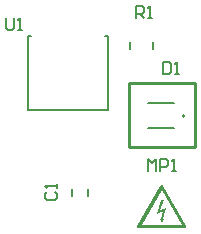
<source format=gto>
G04*
G04 #@! TF.GenerationSoftware,Altium Limited,Altium Designer,20.0.11 (256)*
G04*
G04 Layer_Color=65535*
%FSLAX25Y25*%
%MOIN*%
G70*
G01*
G75*
%ADD10C,0.00787*%
%ADD11C,0.00500*%
%ADD12C,0.01000*%
%ADD13C,0.00700*%
G36*
X144911Y17897D02*
X144984Y17866D01*
X145067Y17824D01*
X145151Y17751D01*
X145224Y17658D01*
X152969Y4239D01*
X152979Y4229D01*
X152989Y4197D01*
X153010Y4145D01*
X153021Y4073D01*
X153031Y4000D01*
Y3916D01*
X153010Y3823D01*
X152969Y3739D01*
X152958Y3729D01*
X152937Y3698D01*
X152906Y3667D01*
X152865Y3625D01*
X152802Y3573D01*
X152729Y3542D01*
X152656Y3510D01*
X152563Y3500D01*
X137000D01*
X136948Y3510D01*
X136885Y3531D01*
X136812Y3562D01*
X136739Y3604D01*
X136677Y3656D01*
X136615Y3739D01*
Y3750D01*
X136594Y3781D01*
X136583Y3823D01*
X136573Y3885D01*
X136563Y3958D01*
Y4052D01*
X136583Y4145D01*
X136615Y4239D01*
X144380Y17658D01*
X144391Y17668D01*
X144401Y17689D01*
X144422Y17720D01*
X144464Y17751D01*
X144516Y17793D01*
X144578Y17835D01*
X144651Y17876D01*
X144734Y17907D01*
X144838D01*
X144911Y17897D01*
D02*
G37*
%LPC*%
G36*
X144807Y16356D02*
X138207Y4770D01*
X151386D01*
X144807Y16356D01*
D02*
G37*
%LPD*%
G36*
X144224Y9600D02*
X146233Y10412D01*
X145224Y6654D01*
X145598D01*
X144734Y5343D01*
X144255Y6706D01*
X144630D01*
X145328Y9142D01*
X143360Y8341D01*
X144630Y12848D01*
X145630D01*
X144224Y9600D01*
D02*
G37*
D10*
X152500Y41000D02*
G03*
X152500Y41000I-394J0D01*
G01*
X100250Y43000D02*
Y67500D01*
Y43000D02*
X126750D01*
Y67500D01*
X125926D02*
X126750D01*
X100250D02*
X101074D01*
X114842Y14319D02*
Y16681D01*
X120158Y14319D02*
Y16681D01*
D11*
X134200Y63300D02*
Y65700D01*
X141800Y63300D02*
Y65700D01*
X140051Y36847D02*
X148949D01*
X140051Y45153D02*
X148949D01*
D12*
X134000Y52000D02*
X156000D01*
Y30500D02*
Y52000D01*
X134000Y30500D02*
X156000D01*
X134000D02*
Y52000D01*
D13*
X140335Y22501D02*
Y26499D01*
X141668Y25166D01*
X143001Y26499D01*
Y22501D01*
X144334D02*
Y26499D01*
X146333D01*
X146999Y25833D01*
Y24500D01*
X146333Y23833D01*
X144334D01*
X148332Y22501D02*
X149665D01*
X148999D01*
Y26499D01*
X148332Y25833D01*
X145334Y58999D02*
Y55001D01*
X147334D01*
X148000Y55667D01*
Y58333D01*
X147334Y58999D01*
X145334D01*
X149333Y55001D02*
X150666D01*
X149999D01*
Y58999D01*
X149333Y58333D01*
X92834Y73499D02*
Y70167D01*
X93501Y69501D01*
X94834D01*
X95500Y70167D01*
Y73499D01*
X96833Y69501D02*
X98166D01*
X97499D01*
Y73499D01*
X96833Y72833D01*
X136334Y73501D02*
Y77499D01*
X138333D01*
X139000Y76833D01*
Y75500D01*
X138333Y74834D01*
X136334D01*
X137667D02*
X139000Y73501D01*
X140333D02*
X141666D01*
X140999D01*
Y77499D01*
X140333Y76833D01*
X106667Y15500D02*
X106001Y14833D01*
Y13501D01*
X106667Y12834D01*
X109333D01*
X109999Y13501D01*
Y14833D01*
X109333Y15500D01*
X109999Y16833D02*
Y18166D01*
Y17499D01*
X106001D01*
X106667Y16833D01*
M02*

</source>
